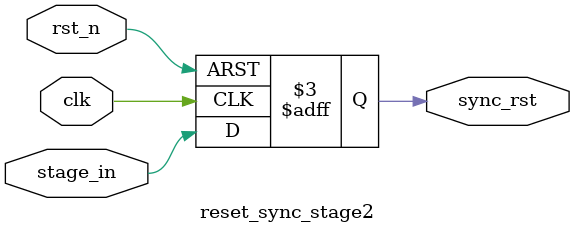
<source format=sv>
module reset_sync_sync_reset (
  input  wire clk,
  input  wire rst_n,
  output wire sync_rst
);
  
  wire stage1_out;
  
  // 第一级复位同步子模块
  reset_sync_stage1 u_stage1 (
    .clk       (clk),
    .rst_n     (rst_n),
    .stage_out (stage1_out)
  );
  
  // 第二级复位同步子模块
  reset_sync_stage2 u_stage2 (
    .clk       (clk),
    .rst_n     (rst_n),
    .stage_in  (stage1_out),
    .sync_rst  (sync_rst)
  );

endmodule

// 第一级复位同步子模块
module reset_sync_stage1 (
  input  wire clk,
  input  wire rst_n,
  output reg  stage_out
);
  
  always @(posedge clk or negedge rst_n) 
    if (!rst_n)
      stage_out <= 1'b0;
    else
      stage_out <= 1'b1;
  
endmodule

// 第二级复位同步子模块
module reset_sync_stage2 (
  input  wire clk,
  input  wire rst_n,
  input  wire stage_in,
  output reg  sync_rst
);
  
  always @(posedge clk or negedge rst_n)
    if (!rst_n)
      sync_rst <= 1'b0;
    else
      sync_rst <= stage_in;
  
endmodule
</source>
